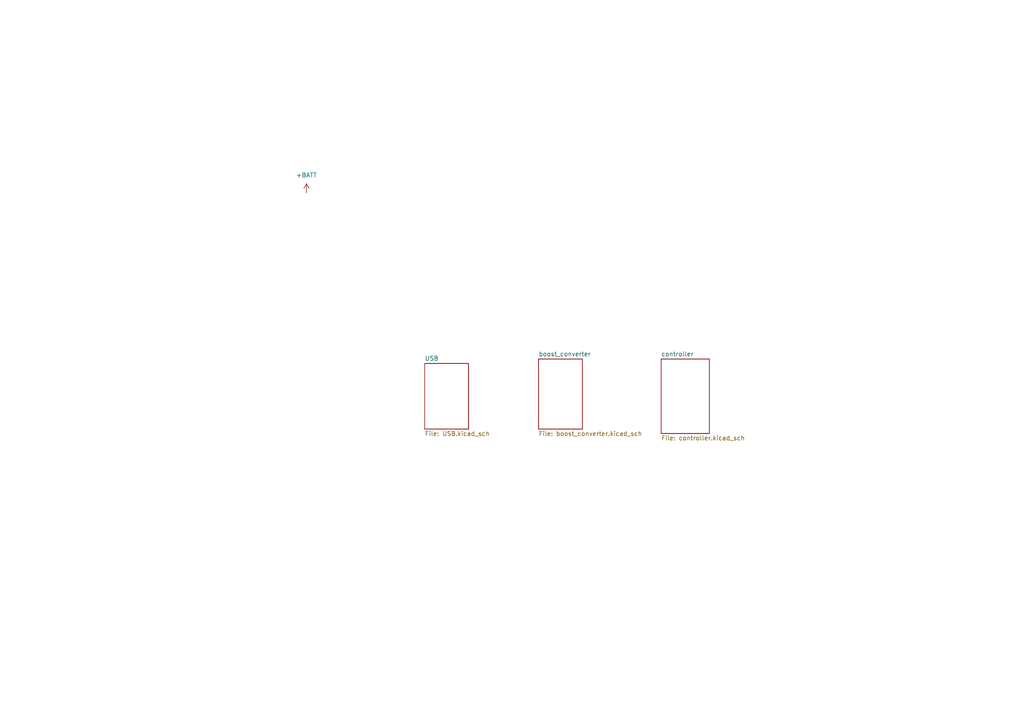
<source format=kicad_sch>
(kicad_sch (version 20231120) (generator "eeschema") (generator_version "8.0")
  (paper "A4")
  (lib_symbols
    (symbol "power:+BATT" (power) (pin_numbers hide) (pin_names (offset 0) hide)
      (property "Value" "+BATT" (at 0 3.556 0))
      (symbol "+BATT_0_1"
        (polyline (pts (xy -0.762 1.27) (xy 0 2.54)))
        (polyline (pts (xy 0 0) (xy 0 2.54)))
        (polyline (pts (xy 0 2.54) (xy 0.762 1.27)))
      )
      (symbol "+BATT_1_1"
        (pin power_in line (at 0 0 90) (length 0) (name "~") (number "1"))
      )
    )
  )
  (symbol (lib_id "power:+BATT") (at 88.9 55.88 0) (unit 1)
    (property "Reference" "#PWR02" (effects (hide yes)))
    (property "Value" "+BATT" (at 88.9 50.8 0))
    (property "Description" "Power symbol creates a global label with name \"+BATT\"" (effects (hide yes)))
  )
  (sheet (at 156.21 104.14) (size 12.7 20.32) (stroke (width 0.1524))
    (property "Sheetname" "boost_converter" (at 156.21 103.4284 0) (effects (justify left bottom)))
    (property "Sheetfile" "boost_converter.kicad_sch" (at 156.21 125.0446 0) (effects (justify left top)))
  )
  (sheet (at 123.19 105.41) (size 12.7 19.05) (stroke (width 0.1524))
    (property "Sheetname" "USB" (at 123.19 104.6984 0) (effects (justify left bottom)))
    (property "Sheetfile" "USB.kicad_sch" (at 123.19 125.0446 0) (effects (justify left top)))
  )
  (sheet (at 191.77 104.14) (size 13.97 21.59) (stroke (width 0.1524))
    (property "Sheetname" "controller" (at 191.77 103.4284 0) (effects (justify left bottom)))
    (property "Sheetfile" "controller.kicad_sch" (at 191.77 126.3146 0) (effects (justify left top)))
  )
)
</source>
